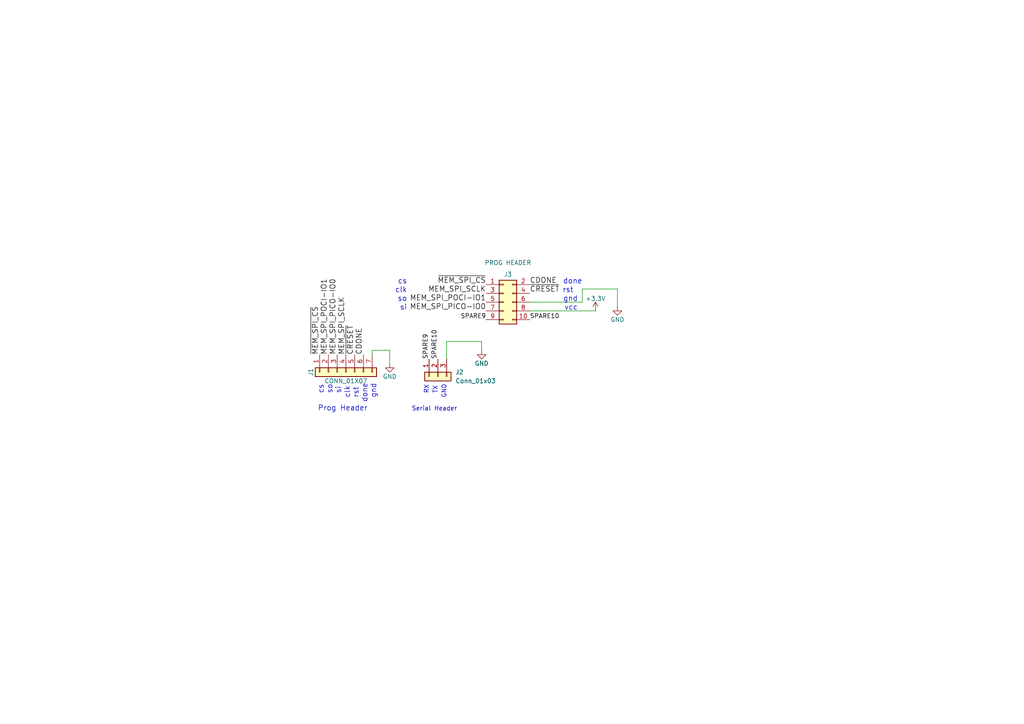
<source format=kicad_sch>
(kicad_sch (version 20211123) (generator eeschema)
  (paper "A4")
  (lib_symbols
    (symbol "Connector_Generic:Conn_01x03" (pin_names (offset 1.016) hide)
      (property "Reference" "J" (at 0 5.08 0))
      (property "Value" "Conn_01x03" (at 0 -5.08 0))
      (symbol "Conn_01x03_1_1"
        (rectangle (start -1.27 -2.413) (end 0 -2.667) (stroke (width 0.1524)))
        (rectangle (start -1.27 0.127) (end 0 -0.127) (stroke (width 0.1524)))
        (rectangle (start -1.27 2.667) (end 0 2.413) (stroke (width 0.1524)))
        (rectangle (start -1.27 3.81) (end 1.27 -3.81) (stroke (width 0.254)) (fill (type background)))
        (pin passive line (at -5.08 2.54 0) (length 3.81) (name "Pin_1") (number "1"))
        (pin passive line (at -5.08 0 0) (length 3.81) (name "Pin_2") (number "2"))
        (pin passive line (at -5.08 -2.54 0) (length 3.81) (name "Pin_3") (number "3"))
      )
    )
    (symbol "Connector_Generic:Conn_01x07" (pin_names (offset 1.016) hide)
      (property "Reference" "J" (at 0 10.16 0))
      (property "Value" "Conn_01x07" (at 0 -10.16 0))
      (symbol "Conn_01x07_1_1"
        (rectangle (start -1.27 -7.493) (end 0 -7.747) (stroke (width 0.1524)))
        (rectangle (start -1.27 -4.953) (end 0 -5.207) (stroke (width 0.1524)))
        (rectangle (start -1.27 -2.413) (end 0 -2.667) (stroke (width 0.1524)))
        (rectangle (start -1.27 0.127) (end 0 -0.127) (stroke (width 0.1524)))
        (rectangle (start -1.27 2.667) (end 0 2.413) (stroke (width 0.1524)))
        (rectangle (start -1.27 5.207) (end 0 4.953) (stroke (width 0.1524)))
        (rectangle (start -1.27 7.747) (end 0 7.493) (stroke (width 0.1524)))
        (rectangle (start -1.27 8.89) (end 1.27 -8.89) (stroke (width 0.254)) (fill (type background)))
        (pin passive line (at -5.08 7.62 0) (length 3.81) (name "Pin_1") (number "1"))
        (pin passive line (at -5.08 5.08 0) (length 3.81) (name "Pin_2") (number "2"))
        (pin passive line (at -5.08 2.54 0) (length 3.81) (name "Pin_3") (number "3"))
        (pin passive line (at -5.08 0 0) (length 3.81) (name "Pin_4") (number "4"))
        (pin passive line (at -5.08 -2.54 0) (length 3.81) (name "Pin_5") (number "5"))
        (pin passive line (at -5.08 -5.08 0) (length 3.81) (name "Pin_6") (number "6"))
        (pin passive line (at -5.08 -7.62 0) (length 3.81) (name "Pin_7") (number "7"))
      )
    )
    (symbol "Connector_Generic:Conn_02x05_Odd_Even" (pin_names (offset 1.016) hide)
      (property "Reference" "J" (at 1.27 7.62 0))
      (property "Value" "Conn_02x05_Odd_Even" (at 1.27 -7.62 0))
      (symbol "Conn_02x05_Odd_Even_1_1"
        (rectangle (start -1.27 -4.953) (end 0 -5.207) (stroke (width 0.1524)))
        (rectangle (start -1.27 -2.413) (end 0 -2.667) (stroke (width 0.1524)))
        (rectangle (start -1.27 0.127) (end 0 -0.127) (stroke (width 0.1524)))
        (rectangle (start -1.27 2.667) (end 0 2.413) (stroke (width 0.1524)))
        (rectangle (start -1.27 5.207) (end 0 4.953) (stroke (width 0.1524)))
        (rectangle (start -1.27 6.35) (end 3.81 -6.35) (stroke (width 0.254)) (fill (type background)))
        (rectangle (start 3.81 -4.953) (end 2.54 -5.207) (stroke (width 0.1524)))
        (rectangle (start 3.81 -2.413) (end 2.54 -2.667) (stroke (width 0.1524)))
        (rectangle (start 3.81 0.127) (end 2.54 -0.127) (stroke (width 0.1524)))
        (rectangle (start 3.81 2.667) (end 2.54 2.413) (stroke (width 0.1524)))
        (rectangle (start 3.81 5.207) (end 2.54 4.953) (stroke (width 0.1524)))
        (pin passive line (at -5.08 5.08 0) (length 3.81) (name "Pin_1") (number "1"))
        (pin passive line (at 7.62 -5.08 180) (length 3.81) (name "Pin_10") (number "10"))
        (pin passive line (at 7.62 5.08 180) (length 3.81) (name "Pin_2") (number "2"))
        (pin passive line (at -5.08 2.54 0) (length 3.81) (name "Pin_3") (number "3"))
        (pin passive line (at 7.62 2.54 180) (length 3.81) (name "Pin_4") (number "4"))
        (pin passive line (at -5.08 0 0) (length 3.81) (name "Pin_5") (number "5"))
        (pin passive line (at 7.62 0 180) (length 3.81) (name "Pin_6") (number "6"))
        (pin passive line (at -5.08 -2.54 0) (length 3.81) (name "Pin_7") (number "7"))
        (pin passive line (at 7.62 -2.54 180) (length 3.81) (name "Pin_8") (number "8"))
        (pin passive line (at -5.08 -5.08 0) (length 3.81) (name "Pin_9") (number "9"))
      )
    )
    (symbol "power:+3.3V" (power) (pin_names (offset 0))
      (property "Value" "+3.3V" (at 0 3.556 0))
      (symbol "+3.3V_0_1"
        (polyline (pts (xy -0.762 1.27) (xy 0 2.54)))
        (polyline (pts (xy 0 0) (xy 0 2.54)))
        (polyline (pts (xy 0 2.54) (xy 0.762 1.27)))
      )
      (symbol "+3.3V_1_1"
        (pin power_in line (at 0 0 90) (length 0) hide (name "+3.3V") (number "1"))
      )
    )
    (symbol "power:GND" (power) (pin_names (offset 0))
      (property "Value" "GND" (at 0 -3.81 0))
      (symbol "GND_0_1"
        (polyline (pts (xy 0 0) (xy 0 -1.27) (xy 1.27 -1.27) (xy 0 -2.54) (xy -1.27 -1.27) (xy 0 -1.27)))
      )
      (symbol "GND_1_1"
        (pin power_in line (at 0 0 270) (length 0) hide (name "GND") (number "1"))
      )
    )
  )
  (wire (pts (xy 113.03 101.6) (xy 107.95 101.6)))
  (wire (pts (xy 129.54 99.06) (xy 139.7 99.06)))
  (wire (pts (xy 139.7 99.06) (xy 139.7 101.6)))
  (wire (pts (xy 179.07 83.82) (xy 179.07 88.9)))
  (wire (pts (xy 129.54 104.14) (xy 129.54 99.06)))
  (wire (pts (xy 153.67 87.63) (xy 168.91 87.63)))
  (wire (pts (xy 113.03 105.41) (xy 113.03 101.6)))
  (wire (pts (xy 168.91 83.82) (xy 179.07 83.82)))
  (wire (pts (xy 168.91 87.63) (xy 168.91 83.82)))
  (wire (pts (xy 153.67 90.17) (xy 172.72 90.17)))
  (wire (pts (xy 107.95 101.6) (xy 107.95 102.87)))
  (text "cs" (at 93.98 114.3 90) (effects (font (size 1.524 1.524)) (justify left bottom)))
  (text "so" (at 118.11 87.63 180) (effects (font (size 1.524 1.524)) (justify right bottom)))
  (text "cs" (at 118.11 82.55 180) (effects (font (size 1.524 1.524)) (justify right bottom)))
  (text "GND" (at 129.54 115.57 90) (effects (font (size 1.27 1.27)) (justify left bottom)))
  (text "RX" (at 124.46 114.3 90) (effects (font (size 1.27 1.27)) (justify left bottom)))
  (text "Serial Header" (at 119.38 119.38 0) (effects (font (size 1.27 1.27)) (justify left bottom)))
  (text "vcc" (at 167.64 90.17 180) (effects (font (size 1.524 1.524)) (justify right bottom)))
  (text "TX" (at 127 114.3 90) (effects (font (size 1.27 1.27)) (justify left bottom)))
  (text "gnd" (at 109.22 115.57 90) (effects (font (size 1.524 1.524)) (justify left bottom)))
  (text "si" (at 118.11 90.17 180) (effects (font (size 1.524 1.524)) (justify right bottom)))
  (text "gnd" (at 167.64 87.63 180) (effects (font (size 1.524 1.524)) (justify right bottom)))
  (text "clk" (at 101.6 115.57 90) (effects (font (size 1.524 1.524)) (justify left bottom)))
  (text "done" (at 106.68 116.84 90) (effects (font (size 1.524 1.524)) (justify left bottom)))
  (text "rst" (at 104.14 115.57 90) (effects (font (size 1.524 1.524)) (justify left bottom)))
  (text "clk" (at 118.11 85.09 180) (effects (font (size 1.524 1.524)) (justify right bottom)))
  (text "si" (at 99.06 114.3 90) (effects (font (size 1.524 1.524)) (justify left bottom)))
  (text "so" (at 96.52 114.3 90) (effects (font (size 1.524 1.524)) (justify left bottom)))
  (text "done" (at 168.91 82.55 180) (effects (font (size 1.524 1.524)) (justify right bottom)))
  (text "rst" (at 166.37 85.09 180) (effects (font (size 1.524 1.524)) (justify right bottom)))
  (text "Prog Header" (at 106.68 119.38 180) (effects (font (size 1.524 1.524)) (justify right bottom)))
  (label "MEM_SPI_POCI-IO1" (at 95.25 102.87 90) (effects (font (size 1.524 1.524))))
  (label "~{MEM_SPI_CS}" (at 92.71 102.87 90) (effects (font (size 1.524 1.524))))
  (label "MEM_SPI_PICO-IO0" (at 97.79 102.87 90) (effects (font (size 1.524 1.524))))
  (label "SPARE9" (at 140.97 92.71 180))
  (label "~{CRESET}" (at 153.67 85.09 0) (effects (font (size 1.524 1.524))))
  (label "MEM_SPI_SCLK" (at 140.97 85.09 180) (effects (font (size 1.524 1.524))))
  (label "MEM_SPI_PICO-IO0" (at 140.97 90.17 180) (effects (font (size 1.524 1.524))))
  (label "SPARE10" (at 127 104.14 90))
  (label "MEM_SPI_POCI-IO1" (at 140.97 87.63 180) (effects (font (size 1.524 1.524))))
  (label "CDONE" (at 105.41 102.87 90) (effects (font (size 1.524 1.524))))
  (label "~{MEM_SPI_CS}" (at 140.97 82.55 180) (effects (font (size 1.524 1.524))))
  (label "CDONE" (at 153.67 82.55 0) (effects (font (size 1.524 1.524))))
  (label "~{CRESET}" (at 102.87 102.87 90) (effects (font (size 1.524 1.524))))
  (label "MEM_SPI_SCLK" (at 100.33 102.87 90) (effects (font (size 1.524 1.524))))
  (label "SPARE9" (at 124.46 104.14 90))
  (label "SPARE10" (at 153.67 92.71 0))
  (symbol (lib_id "Connector_Generic:Conn_02x05_Odd_Even") (at 146.05 87.63 0) (unit 1)
    (property "Reference" "J3" (at 147.32 79.5782 0))
    (property "Value" "PROG HEADER" (at 147.32 76.2 0))
    (property "Footprint" "Connector_PinHeader_1.27mm:PinHeader_2x05_P1.27mm_Vertical_SMD" (effects hide))
  )
  (symbol (lib_id "power:GND") (at 113.03 105.41 0) (mirror y) (unit 1)
    (property "Reference" "#PWR01" (effects hide))
    (property "Value" "GND" (at 113.03 109.22 0))
  )
  (symbol (lib_id "power:GND") (at 139.7 101.6 0) (mirror y) (unit 1)
    (property "Reference" "#PWR02" (effects hide))
    (property "Value" "GND" (at 139.7 105.41 0))
  )
  (symbol (lib_id "Connector_Generic:Conn_01x07") (at 100.33 107.95 90) (mirror x) (unit 1)
    (property "Reference" "J1" (at 90.17 107.95 0))
    (property "Value" "CONN_01X07" (at 100.33 110.49 90))
    (property "Footprint" "Connector_PinHeader_2.54mm:PinHeader_1x07_P2.54mm_Vertical" (effects hide))
  )
  (symbol (lib_id "Connector_Generic:Conn_01x03") (at 127 109.22 90) (mirror x) (unit 1)
    (property "Reference" "J2" (at 132.08 107.9499 90) (effects (justify right)))
    (property "Value" "Conn_01x03" (at 132.08 110.4899 90) (effects (justify right)))
    (property "Footprint" "Connector_PinHeader_2.54mm:PinHeader_1x03_P2.54mm_Vertical" (effects hide))
  )
  (symbol (lib_id "power:+3.3V") (at 172.72 90.17 0) (mirror y) (unit 1)
    (property "Reference" "#PWR03" (effects hide))
    (property "Value" "+3.3V" (at 172.72 86.614 0))
  )
  (symbol (lib_id "power:GND") (at 179.07 88.9 0) (mirror y) (unit 1)
    (property "Reference" "#PWR04" (effects hide))
    (property "Value" "GND" (at 179.07 92.71 0))
  )
)
</source>
